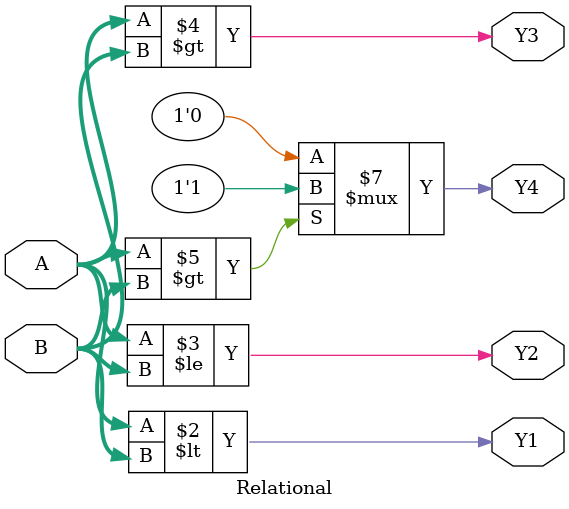
<source format=v>
module Relational (A, B, Y1, Y2, Y3, Y4);

 

                 input [2:0] A, B;

                 output Y1, Y2, Y3, Y4;

                  reg Y1, Y2, Y3, Y4;

 

                 always @(A or B)

                 begin

                                  Y1=A<B;//less than

                                  Y2=A<=B;//less than or equal to

                                  Y3=A>B;//greater than

                                  if (A>B)

                                                   Y4=1;

                                  else

                                                   Y4=0;

                 end

endmodule
</source>
